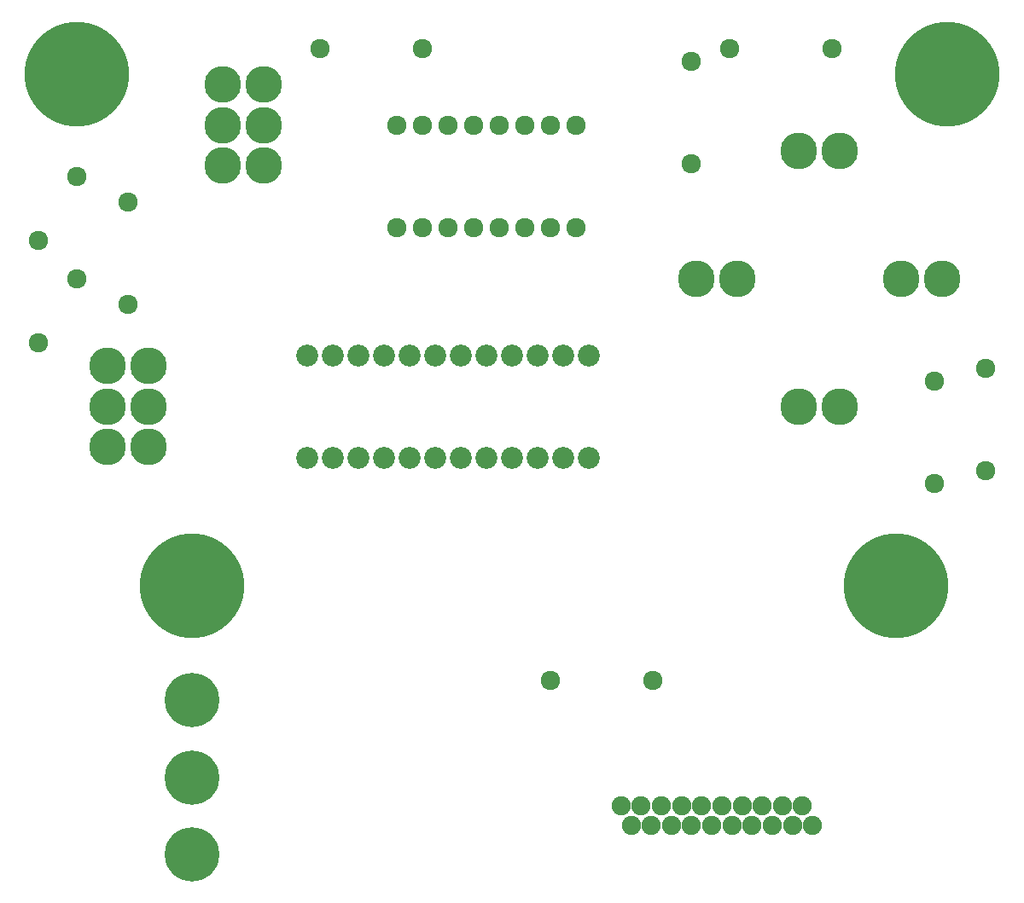
<source format=gts>
G04 #@! TF.FileFunction,Soldermask,Top*
%FSLAX46Y46*%
G04 Gerber Fmt 4.6, Leading zero omitted, Abs format (unit mm)*
G04 Created by KiCad (PCBNEW 4.0.0-rc2-stable) date Thu 26 Nov 2015 02:18:43 PM EST*
%MOMM*%
G01*
G04 APERTURE LIST*
%ADD10C,0.100000*%
%ADD11C,1.900000*%
%ADD12C,1.924000*%
%ADD13C,3.650000*%
%ADD14C,5.400000*%
%ADD15C,2.178000*%
%ADD16C,10.400000*%
G04 APERTURE END LIST*
D10*
D11*
X148820000Y-125460000D03*
X146820000Y-125460000D03*
X150820000Y-125460000D03*
X152820000Y-125460000D03*
X154820000Y-125460000D03*
X156820000Y-125460000D03*
X155820000Y-123460000D03*
X153820000Y-123460000D03*
X151820000Y-123460000D03*
X149820000Y-123460000D03*
X147820000Y-123460000D03*
X145820000Y-123460000D03*
X144820000Y-125460000D03*
X143820000Y-123460000D03*
X142820000Y-125460000D03*
X141820000Y-123460000D03*
X140820000Y-125460000D03*
X139820000Y-123460000D03*
X138820000Y-125460000D03*
X137820000Y-123460000D03*
D12*
X144780000Y-59690000D03*
X144780000Y-49530000D03*
X158750000Y-48260000D03*
X148590000Y-48260000D03*
X173990000Y-90170000D03*
X173990000Y-80010000D03*
X168910000Y-81280000D03*
X168910000Y-91440000D03*
X107950000Y-48260000D03*
X118110000Y-48260000D03*
X88900000Y-63500000D03*
X88900000Y-73660000D03*
X130810000Y-110998000D03*
X140970000Y-110998000D03*
X83820000Y-60960000D03*
X83820000Y-71120000D03*
X80010000Y-67310000D03*
X80010000Y-77470000D03*
D13*
X145320000Y-71120000D03*
X149320000Y-71120000D03*
X155480000Y-58420000D03*
X159480000Y-58420000D03*
X165640000Y-71120000D03*
X169640000Y-71120000D03*
X155480000Y-83820000D03*
X159480000Y-83820000D03*
X98330000Y-55880000D03*
X102330000Y-55880000D03*
X98330000Y-51880000D03*
X102330000Y-51880000D03*
X98330000Y-59880000D03*
X102330000Y-59880000D03*
X86900000Y-83820000D03*
X90900000Y-83820000D03*
X86900000Y-79820000D03*
X90900000Y-79820000D03*
X86900000Y-87820000D03*
X90900000Y-87820000D03*
D14*
X95250000Y-120650000D03*
X95250000Y-113000000D03*
X95250000Y-128300000D03*
D15*
X119380000Y-78740000D03*
X116840000Y-78740000D03*
X114300000Y-78740000D03*
X111760000Y-78740000D03*
X109220000Y-78740000D03*
X106680000Y-78740000D03*
X121920000Y-78740000D03*
X124460000Y-78740000D03*
X127000000Y-78740000D03*
X129540000Y-78740000D03*
X132080000Y-78740000D03*
X134620000Y-78740000D03*
X134620000Y-88900000D03*
X132080000Y-88900000D03*
X129540000Y-88900000D03*
X127000000Y-88900000D03*
X124460000Y-88900000D03*
X121920000Y-88900000D03*
X119380000Y-88900000D03*
X116840000Y-88900000D03*
X114300000Y-88900000D03*
X111760000Y-88900000D03*
X109220000Y-88900000D03*
X106680000Y-88900000D03*
D12*
X123190000Y-66040000D03*
X120650000Y-66040000D03*
X118110000Y-66040000D03*
X115570000Y-66040000D03*
X125730000Y-66040000D03*
X128270000Y-66040000D03*
X130810000Y-66040000D03*
X133350000Y-66040000D03*
X115570000Y-55880000D03*
X118110000Y-55880000D03*
X120650000Y-55880000D03*
X123190000Y-55880000D03*
X133350000Y-55880000D03*
X128270000Y-55880000D03*
X130810000Y-55880000D03*
X125730000Y-55880000D03*
D16*
X83820000Y-50800000D03*
X95250000Y-101600000D03*
X170180000Y-50800000D03*
X165100000Y-101600000D03*
M02*

</source>
